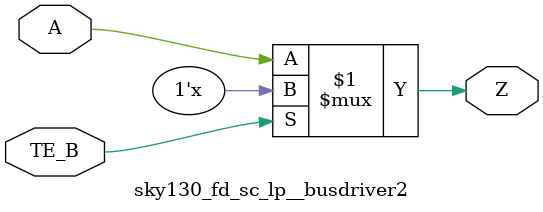
<source format=v>
/*
 * Copyright 2020 The SkyWater PDK Authors
 *
 * Licensed under the Apache License, Version 2.0 (the "License");
 * you may not use this file except in compliance with the License.
 * You may obtain a copy of the License at
 *
 *     https://www.apache.org/licenses/LICENSE-2.0
 *
 * Unless required by applicable law or agreed to in writing, software
 * distributed under the License is distributed on an "AS IS" BASIS,
 * WITHOUT WARRANTIES OR CONDITIONS OF ANY KIND, either express or implied.
 * See the License for the specific language governing permissions and
 * limitations under the License.
 *
 * SPDX-License-Identifier: Apache-2.0
*/


`ifndef SKY130_FD_SC_LP__BUSDRIVER2_FUNCTIONAL_V
`define SKY130_FD_SC_LP__BUSDRIVER2_FUNCTIONAL_V

/**
 * busdriver2: Bus driver (pmos devices).
 *
 * Verilog simulation functional model.
 */

`timescale 1ns / 1ps
`default_nettype none

`celldefine
module sky130_fd_sc_lp__busdriver2 (
    Z   ,
    A   ,
    TE_B
);

    // Module ports
    output Z   ;
    input  A   ;
    input  TE_B;

    //     Name     Output  Other arguments
    bufif0 bufif00 (Z     , A, TE_B        );

endmodule
`endcelldefine

`default_nettype wire
`endif  // SKY130_FD_SC_LP__BUSDRIVER2_FUNCTIONAL_V
</source>
